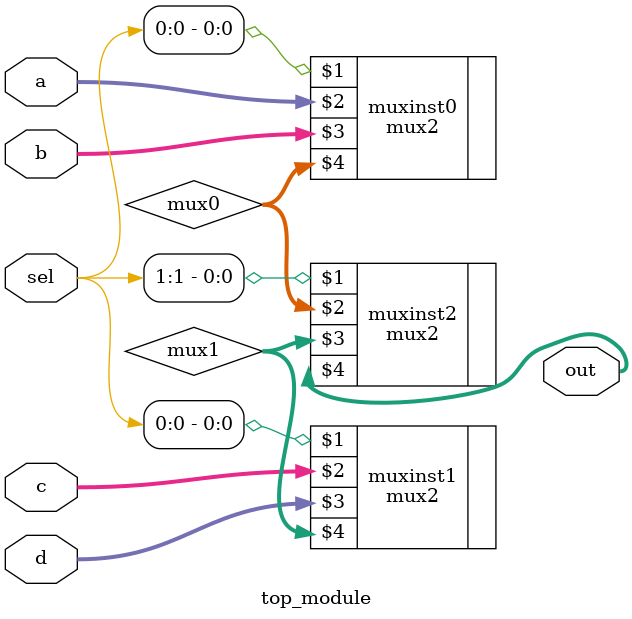
<source format=v>
module top_module (
    input [1:0] sel,
    input [7:0] a,
    input [7:0] b,
    input [7:0] c,
    input [7:0] d,
    output [7:0] out  ); //

    wire [7:0] mux0, mux1;
    mux2 muxinst0 ( sel[0],    a,    b, mux0 );
    mux2 muxinst1 ( sel[0],    c,    d, mux1 );
    mux2 muxinst2 ( sel[1], mux0, mux1,  out );

endmodule
</source>
